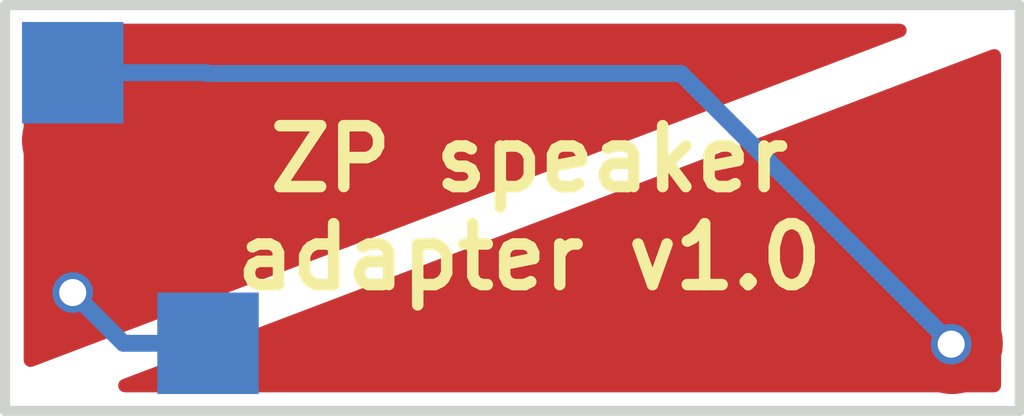
<source format=kicad_pcb>
(kicad_pcb (version 4) (host pcbnew 4.0.7)

  (general
    (links 2)
    (no_connects 0)
    (area 134.924999 84.924999 150.075001 91.075001)
    (thickness 0.8)
    (drawings 5)
    (tracks 10)
    (zones 0)
    (modules 4)
    (nets 3)
  )

  (page A4)
  (layers
    (0 F.Cu signal)
    (31 B.Cu signal)
    (32 B.Adhes user)
    (33 F.Adhes user)
    (34 B.Paste user)
    (35 F.Paste user)
    (36 B.SilkS user)
    (37 F.SilkS user)
    (38 B.Mask user)
    (39 F.Mask user)
    (40 Dwgs.User user)
    (41 Cmts.User user)
    (42 Eco1.User user)
    (43 Eco2.User user)
    (44 Edge.Cuts user)
    (45 Margin user)
    (46 B.CrtYd user)
    (47 F.CrtYd user)
    (48 B.Fab user hide)
    (49 F.Fab user hide)
  )

  (setup
    (last_trace_width 0.25)
    (trace_clearance 0.2)
    (zone_clearance 0.508)
    (zone_45_only no)
    (trace_min 0.2)
    (segment_width 0.2)
    (edge_width 0.15)
    (via_size 0.6)
    (via_drill 0.4)
    (via_min_size 0.4)
    (via_min_drill 0.3)
    (uvia_size 0.3)
    (uvia_drill 0.1)
    (uvias_allowed no)
    (uvia_min_size 0.2)
    (uvia_min_drill 0.1)
    (pcb_text_width 0.3)
    (pcb_text_size 1.5 1.5)
    (mod_edge_width 0.15)
    (mod_text_size 1 1)
    (mod_text_width 0.15)
    (pad_size 1.5 1.5)
    (pad_drill 0)
    (pad_to_mask_clearance 0.2)
    (aux_axis_origin 150.5 84.5)
    (grid_origin 150.5 84.5)
    (visible_elements 7FFFFF7F)
    (pcbplotparams
      (layerselection 0x010f0_80000001)
      (usegerberextensions true)
      (usegerberattributes true)
      (excludeedgelayer true)
      (linewidth 0.100000)
      (plotframeref false)
      (viasonmask false)
      (mode 1)
      (useauxorigin true)
      (hpglpennumber 1)
      (hpglpenspeed 20)
      (hpglpendiameter 15)
      (hpglpenoverlay 2)
      (psnegative false)
      (psa4output false)
      (plotreference false)
      (plotvalue false)
      (plotinvisibletext false)
      (padsonsilk false)
      (subtractmaskfromsilk false)
      (outputformat 1)
      (mirror false)
      (drillshape 0)
      (scaleselection 1)
      (outputdirectory gerbers/))
  )

  (net 0 "")
  (net 1 "Net-(J1-Pad1)")
  (net 2 "Net-(J2-Pad1)")

  (net_class Default "This is the default net class."
    (clearance 0.2)
    (trace_width 0.25)
    (via_dia 0.6)
    (via_drill 0.4)
    (uvia_dia 0.3)
    (uvia_drill 0.1)
    (add_net "Net-(J1-Pad1)")
    (add_net "Net-(J2-Pad1)")
  )

  (module Measurement_Points:Measurement_Point_Square-SMD-Pad_Small (layer B.Cu) (tedit 5ABE33B2) (tstamp 5ABE32C5)
    (at 138 90)
    (descr "Mesurement Point, Square, SMD Pad,  1.5mm x 1.5mm,")
    (tags "Mesurement Point Square SMD Pad 1.5x1.5mm")
    (path /5ABE3154)
    (attr virtual)
    (fp_text reference J1 (at 0 2) (layer B.SilkS) hide
      (effects (font (size 1 1) (thickness 0.15)) (justify mirror))
    )
    (fp_text value SPK_P (at 0 -2) (layer B.Fab)
      (effects (font (size 1 1) (thickness 0.15)) (justify mirror))
    )
    (fp_line (start -1 1) (end 1 1) (layer B.CrtYd) (width 0.05))
    (fp_line (start 1 1) (end 1 -1) (layer B.CrtYd) (width 0.05))
    (fp_line (start 1 -1) (end -1 -1) (layer B.CrtYd) (width 0.05))
    (fp_line (start -1 -1) (end -1 1) (layer B.CrtYd) (width 0.05))
    (pad 1 smd rect (at 0 0) (size 1.5 1.5) (layers B.Cu B.Mask)
      (net 1 "Net-(J1-Pad1)"))
  )

  (module Measurement_Points:Measurement_Point_Square-SMD-Pad_Small (layer B.Cu) (tedit 5ABE33BC) (tstamp 5ABE32CA)
    (at 136 86)
    (descr "Mesurement Point, Square, SMD Pad,  1.5mm x 1.5mm,")
    (tags "Mesurement Point Square SMD Pad 1.5x1.5mm")
    (path /5ABE317F)
    (attr virtual)
    (fp_text reference J2 (at 0 2) (layer B.SilkS) hide
      (effects (font (size 1 1) (thickness 0.15)) (justify mirror))
    )
    (fp_text value SPK_N (at 0 -2) (layer B.Fab)
      (effects (font (size 1 1) (thickness 0.15)) (justify mirror))
    )
    (fp_line (start -1 1) (end 1 1) (layer B.CrtYd) (width 0.05))
    (fp_line (start 1 1) (end 1 -1) (layer B.CrtYd) (width 0.05))
    (fp_line (start 1 -1) (end -1 -1) (layer B.CrtYd) (width 0.05))
    (fp_line (start -1 -1) (end -1 1) (layer B.CrtYd) (width 0.05))
    (pad 1 smd rect (at 0 0) (size 1.5 1.5) (layers B.Cu B.Mask)
      (net 2 "Net-(J2-Pad1)"))
  )

  (module Measurement_Points:Measurement_Point_Round-SMD-Pad_Small (layer F.Cu) (tedit 5ABE342A) (tstamp 5ABE32CF)
    (at 136 87)
    (descr "Mesurement Point, Round, SMD Pad, DM 1.5mm,")
    (tags "Mesurement Point Round SMD Pad 1.5mm")
    (path /5ABE319F)
    (attr virtual)
    (fp_text reference J3 (at 0 -2) (layer F.SilkS) hide
      (effects (font (size 1 1) (thickness 0.15)))
    )
    (fp_text value SPK_P (at 0 2) (layer F.Fab)
      (effects (font (size 1 1) (thickness 0.15)))
    )
    (fp_circle (center 0 0) (end 1 0) (layer F.CrtYd) (width 0.05))
    (pad 1 smd circle (at 0 0) (size 1.5 1.5) (layers F.Cu)
      (net 1 "Net-(J1-Pad1)"))
  )

  (module Measurement_Points:Measurement_Point_Round-SMD-Pad_Small (layer F.Cu) (tedit 5ABE342E) (tstamp 5ABE32D4)
    (at 149 90)
    (descr "Mesurement Point, Round, SMD Pad, DM 1.5mm,")
    (tags "Mesurement Point Round SMD Pad 1.5mm")
    (path /5ABE31E0)
    (attr virtual)
    (fp_text reference J4 (at 0 -2) (layer F.SilkS) hide
      (effects (font (size 1 1) (thickness 0.15)))
    )
    (fp_text value SPK_N (at 0 2) (layer F.Fab)
      (effects (font (size 1 1) (thickness 0.15)))
    )
    (fp_circle (center 0 0) (end 1 0) (layer F.CrtYd) (width 0.05))
    (pad 1 smd circle (at 0 0) (size 1.5 1.5) (layers F.Cu)
      (net 2 "Net-(J2-Pad1)"))
  )

  (gr_text "ZP speaker\nadapter v1.0" (at 142.75 88) (layer F.SilkS)
    (effects (font (size 0.9 0.9) (thickness 0.17)))
  )
  (gr_line (start 150 85) (end 135 85) (layer Edge.Cuts) (width 0.15))
  (gr_line (start 150 91) (end 150 85) (layer Edge.Cuts) (width 0.15))
  (gr_line (start 135 91) (end 150 91) (layer Edge.Cuts) (width 0.15))
  (gr_line (start 135 85) (end 135 91) (layer Edge.Cuts) (width 0.15))

  (segment (start 136 89.250002) (end 136 87) (width 0.25) (layer F.Cu) (net 1))
  (segment (start 138 90) (end 136.749998 90) (width 0.25) (layer B.Cu) (net 1))
  (segment (start 136.749998 90) (end 136 89.250002) (width 0.25) (layer B.Cu) (net 1))
  (via (at 136 89.250002) (size 0.6) (drill 0.4) (layers F.Cu B.Cu) (net 1))
  (segment (start 136 86) (end 137.97707 86) (width 0.25) (layer B.Cu) (net 2))
  (segment (start 137.97707 86) (end 137.988535 86.011465) (width 0.25) (layer B.Cu) (net 2))
  (segment (start 137.988535 86.011465) (end 144.991202 86.011465) (width 0.25) (layer B.Cu) (net 2))
  (segment (start 144.991202 86.011465) (end 148.987181 90.007444) (width 0.25) (layer B.Cu) (net 2))
  (segment (start 148.987181 90.007444) (end 148.987181 90.013186) (width 0.25) (layer B.Cu) (net 2))
  (via (at 148.987181 90.013186) (size 0.6) (drill 0.4) (layers F.Cu B.Cu) (net 2))

  (zone (net 1) (net_name "Net-(J1-Pad1)") (layer F.Cu) (tstamp 0) (hatch edge 0.508)
    (connect_pads yes (clearance 0.2))
    (min_thickness 0.2)
    (fill yes (arc_segments 16) (thermal_gap 0.2) (thermal_bridge_width 0.24))
    (polygon
      (pts
        (xy 135 85) (xy 149.5 85) (xy 135 90.5)
      )
    )
    (filled_polygon
      (pts
        (xy 135.375 90.250807) (xy 135.375 85.375) (xy 148.229399 85.375)
      )
    )
  )
  (zone (net 2) (net_name "Net-(J2-Pad1)") (layer F.Cu) (tstamp 0) (hatch edge 0.508)
    (connect_pads yes (clearance 0.2))
    (min_thickness 0.2)
    (fill yes (arc_segments 16) (thermal_gap 0.2) (thermal_bridge_width 0.24))
    (polygon
      (pts
        (xy 150 85.5) (xy 135.5 91) (xy 150 91)
      )
    )
    (filled_polygon
      (pts
        (xy 149.625 90.625) (xy 136.770601 90.625) (xy 149.625 85.749193)
      )
    )
  )
  (zone (net 0) (net_name "") (layer F.Mask) (tstamp 0) (hatch edge 0.508)
    (connect_pads (clearance 0.508))
    (min_thickness 0.254)
    (fill yes (arc_segments 16) (thermal_gap 0.508) (thermal_bridge_width 0.508))
    (polygon
      (pts
        (xy 136.5 85) (xy 149.5 85) (xy 145.5 86.5) (xy 136.5 86.5)
      )
    )
    (filled_polygon
      (pts
        (xy 145.47697 86.373) (xy 136.627 86.373) (xy 136.627 85.127) (xy 148.799636 85.127)
      )
    )
  )
  (zone (net 0) (net_name "") (layer F.Mask) (tstamp 0) (hatch edge 0.508)
    (connect_pads (clearance 0.508))
    (min_thickness 0.254)
    (fill yes (arc_segments 16) (thermal_gap 0.508) (thermal_bridge_width 0.508))
    (polygon
      (pts
        (xy 135 87) (xy 136.5 87) (xy 136.5 89.5) (xy 135 89.5)
      )
    )
    (filled_polygon
      (pts
        (xy 136.373 89.373) (xy 135.127 89.373) (xy 135.127 87.127) (xy 136.373 87.127)
      )
    )
  )
  (zone (net 0) (net_name "") (layer F.Mask) (tstamp 0) (hatch edge 0.508)
    (connect_pads (clearance 0.508))
    (min_thickness 0.254)
    (fill yes (arc_segments 16) (thermal_gap 0.508) (thermal_bridge_width 0.508))
    (polygon
      (pts
        (xy 139.5 89.5) (xy 148.5 89.5) (xy 148.5 91) (xy 135.5 91)
      )
    )
    (filled_polygon
      (pts
        (xy 148.373 90.873) (xy 136.200364 90.873) (xy 139.52303 89.627) (xy 148.373 89.627)
      )
    )
  )
  (zone (net 0) (net_name "") (layer F.Mask) (tstamp 0) (hatch edge 0.508)
    (connect_pads (clearance 0.508))
    (min_thickness 0.254)
    (fill yes (arc_segments 16) (thermal_gap 0.508) (thermal_bridge_width 0.508))
    (polygon
      (pts
        (xy 150 86.5) (xy 148.5 86.5) (xy 148.5 89.5) (xy 150 89.5)
      )
    )
    (filled_polygon
      (pts
        (xy 149.873 89.373) (xy 148.627 89.373) (xy 148.627 86.627) (xy 149.873 86.627)
      )
    )
  )
)

</source>
